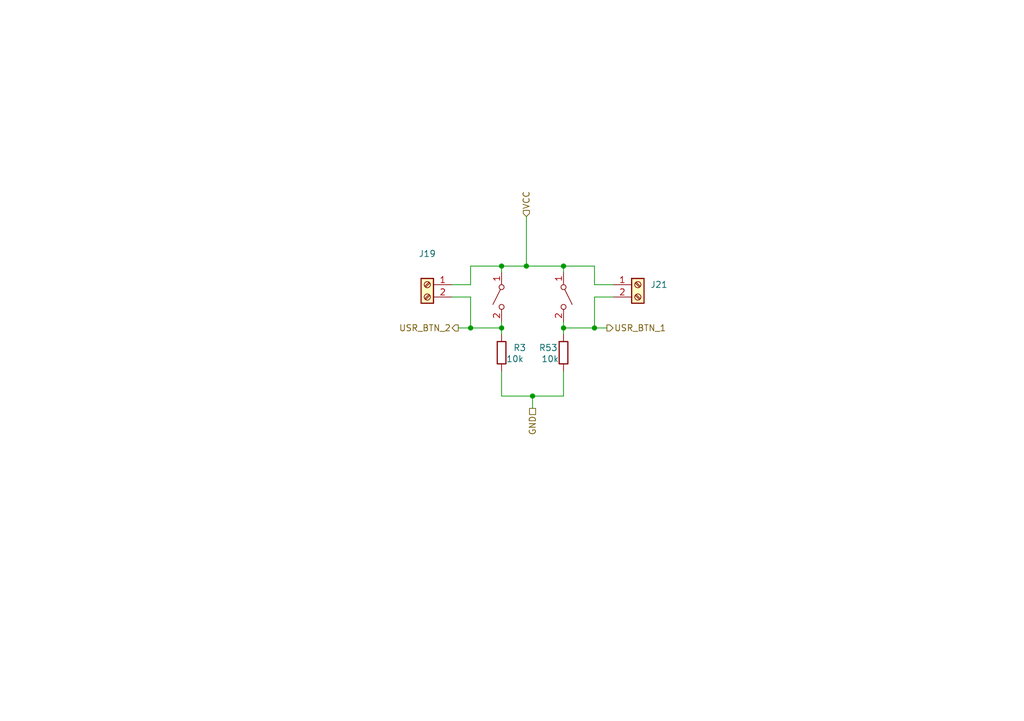
<source format=kicad_sch>
(kicad_sch (version 20231120) (generator "eeschema") (generator_version "8.0")
  (paper "A5")
  (title_block (title "User actions") (date "2024-04-17") (rev "1.0"))
  (lib_symbols
    (symbol "Connector:Screw_Terminal_01x02" (pin_names (offset 1.016) hide)
      (property "Reference" "J" (at 0 2.54 0))
      (property "Value" "Screw_Terminal_01x02" (at 0 -5.08 0))
      (symbol "Screw_Terminal_01x02_1_1"
        (rectangle (start -1.27 1.27) (end 1.27 -3.81) (stroke (width 0.254)) (fill (type background)))
        (circle (center 0 -2.54) (radius 0.635) (stroke (width 0.1524)))
        (polyline (pts (xy -0.5334 -2.2098) (xy 0.3302 -3.048)) (stroke (width 0.1524)))
        (polyline (pts (xy -0.5334 0.3302) (xy 0.3302 -0.508)) (stroke (width 0.1524)))
        (polyline (pts (xy -0.3556 -2.032) (xy 0.508 -2.8702)) (stroke (width 0.1524)))
        (polyline (pts (xy -0.3556 0.508) (xy 0.508 -0.3302)) (stroke (width 0.1524)))
        (circle (center 0 0) (radius 0.635) (stroke (width 0.1524)))
        (pin passive line (at -5.08 0 0) (length 3.81) (name "Pin_1") (number "1"))
        (pin passive line (at -5.08 -2.54 0) (length 3.81) (name "Pin_2") (number "2"))
      )
    )
    (symbol "PCM_SL_Devices:Resistor_0.5W"
      (property "Reference" "R" (at 0 5.08 0))
      (property "Value" "Resistor_0.5W" (at 0 2.54 0))
      (symbol "Resistor_0.5W_0_1"
        (rectangle (start -2.286 0.889) (end 2.286 -0.889) (stroke (width 0.24)))
      )
      (symbol "Resistor_0.5W_1_1"
        (pin passive line (at -3.81 0 0) (length 1.5) (name "") (number "1"))
        (pin passive line (at 3.81 0 180) (length 1.5) (name "~") (number "2"))
      )
    )
    (symbol "Switch:SW_DPST_x2" (pin_names (offset 0) hide)
      (property "Reference" "SW" (at 0 3.175 0))
      (property "Value" "SW_DPST_x2" (at 0 -2.54 0))
      (symbol "SW_DPST_x2_0_0"
        (circle (center -2.032 0) (radius 0.508))
        (polyline (pts (xy -1.524 0.254) (xy 1.524 1.778)))
        (circle (center 2.032 0) (radius 0.508))
      )
      (symbol "SW_DPST_x2_1_1"
        (pin passive line (at -5.08 0 0) (length 2.54) (name "A") (number "1"))
        (pin passive line (at 5.08 0 180) (length 2.54) (name "B") (number "2"))
      )
      (symbol "SW_DPST_x2_2_1"
        (pin passive line (at -5.08 0 0) (length 2.54) (name "A") (number "3"))
        (pin passive line (at 5.08 0 180) (length 2.54) (name "B") (number "4"))
      )
    )
  )
  (junction (at 102.87 54.61))
  (junction (at 102.87 67.31))
  (junction (at 107.95 54.61))
  (junction (at 121.92 67.31))
  (junction (at 115.57 54.61))
  (junction (at 109.22 81.28))
  (junction (at 96.52 67.31))
  (junction (at 115.57 67.31))
  (wire (pts (xy 96.52 58.42) (xy 96.52 54.61)))
  (wire (pts (xy 107.95 54.61) (xy 107.95 44.45)))
  (wire (pts (xy 96.52 67.31) (xy 93.98 67.31)))
  (wire (pts (xy 121.92 60.96) (xy 121.92 67.31)))
  (wire (pts (xy 115.57 66.04) (xy 115.57 67.31)))
  (wire (pts (xy 115.57 54.61) (xy 115.57 55.88)))
  (wire (pts (xy 115.57 54.61) (xy 121.92 54.61)))
  (wire (pts (xy 115.57 67.31) (xy 115.57 68.58)))
  (wire (pts (xy 115.57 67.31) (xy 121.92 67.31)))
  (wire (pts (xy 102.87 76.2) (xy 102.87 81.28)))
  (wire (pts (xy 92.71 58.42) (xy 96.52 58.42)))
  (wire (pts (xy 121.92 58.42) (xy 121.92 54.61)))
  (wire (pts (xy 92.71 60.96) (xy 96.52 60.96)))
  (wire (pts (xy 96.52 54.61) (xy 102.87 54.61)))
  (wire (pts (xy 96.52 60.96) (xy 96.52 67.31)))
  (wire (pts (xy 102.87 54.61) (xy 102.87 55.88)))
  (wire (pts (xy 121.92 67.31) (xy 124.46 67.31)))
  (wire (pts (xy 102.87 54.61) (xy 107.95 54.61)))
  (wire (pts (xy 115.57 81.28) (xy 109.22 81.28)))
  (wire (pts (xy 125.73 58.42) (xy 121.92 58.42)))
  (wire (pts (xy 115.57 76.2) (xy 115.57 81.28)))
  (wire (pts (xy 115.57 54.61) (xy 107.95 54.61)))
  (wire (pts (xy 102.87 81.28) (xy 109.22 81.28)))
  (wire (pts (xy 102.87 67.31) (xy 96.52 67.31)))
  (wire (pts (xy 109.22 81.28) (xy 109.22 83.82)))
  (wire (pts (xy 125.73 60.96) (xy 121.92 60.96)))
  (wire (pts (xy 102.87 66.04) (xy 102.87 67.31)))
  (wire (pts (xy 102.87 67.31) (xy 102.87 68.58)))
  (hierarchical_label "GND" (shape passive) (at 109.22 83.82 270))
  (hierarchical_label "USR_BTN_1" (shape output) (at 124.46 67.31 0))
  (hierarchical_label "VCC" (shape input) (at 107.95 44.45 90))
  (hierarchical_label "USR_BTN_2" (shape output) (at 93.98 67.31 180))
  (symbol (lib_id "PCM_SL_Devices:Resistor_0.5W") (at 102.87 72.39 90) (mirror x) (unit 1)
    (property "Reference" "R3" (at 107.95 71.374 90) (effects (justify left)))
    (property "Value" "10k" (at 107.442 73.66 90) (effects (justify left)))
    (property "Footprint" "Resistor_SMD:R_0603_1608Metric" (effects (hide yes)))
  )
  (symbol (lib_id "Switch:SW_DPST_x2") (at 115.57 60.96 270) (unit 1)
    (property "Reference" "SW5" (effects (hide yes)))
    (property "Value" "SW_User" (effects (hide yes)))
    (property "Footprint" "Button_Switch_SMD:SW_Push_1P1T_NO_CK_KSC7xxJ" (effects (hide yes)))
    (property "Description" "Single Pole Single Throw (SPST) switch, separate symbol" (effects (hide yes)))
  )
  (symbol (lib_id "Connector:Screw_Terminal_01x02") (at 87.63 58.42 0) (mirror y) (unit 1)
    (property "Reference" "J19" (at 87.63 52.07 0))
    (property "Value" "KF128-2.54_2P" (effects (hide yes)))
    (property "Footprint" "TerminalBlock_Phoenix:TerminalBlock_Phoenix_MPT-0,5-2-2.54_1x02_P2.54mm_Horizontal" (effects (hide yes)))
    (property "Description" "Generic screw terminal, single row, 01x02, script generated (kicad-library-utils/schlib/autogen/connector/)" (effects (hide yes)))
  )
  (symbol (lib_id "Switch:SW_DPST_x2") (at 102.87 60.96 90) (mirror x) (unit 1)
    (property "Reference" "SW6" (effects (hide yes)))
    (property "Value" "SW_User" (effects (hide yes)))
    (property "Footprint" "Button_Switch_SMD:SW_Push_1P1T_NO_CK_KSC7xxJ" (effects (hide yes)))
    (property "Description" "Single Pole Single Throw (SPST) switch, separate symbol" (effects (hide yes)))
  )
  (symbol (lib_id "Connector:Screw_Terminal_01x02") (at 130.81 58.42 0) (unit 1)
    (property "Reference" "J21" (at 133.35 58.4199 0) (effects (justify left)))
    (property "Value" "KF128-2.54_2P" (effects (hide yes)))
    (property "Footprint" "TerminalBlock_Phoenix:TerminalBlock_Phoenix_MPT-0,5-2-2.54_1x02_P2.54mm_Horizontal" (effects (hide yes)))
    (property "Description" "Generic screw terminal, single row, 01x02, script generated (kicad-library-utils/schlib/autogen/connector/)" (effects (hide yes)))
  )
  (symbol (lib_id "PCM_SL_Devices:Resistor_0.5W") (at 115.57 72.39 270) (unit 1)
    (property "Reference" "R53" (at 110.49 71.374 90) (effects (justify left)))
    (property "Value" "10k" (at 110.998 73.66 90) (effects (justify left)))
    (property "Footprint" "Resistor_SMD:R_0603_1608Metric" (effects (hide yes)))
  )
)
</source>
